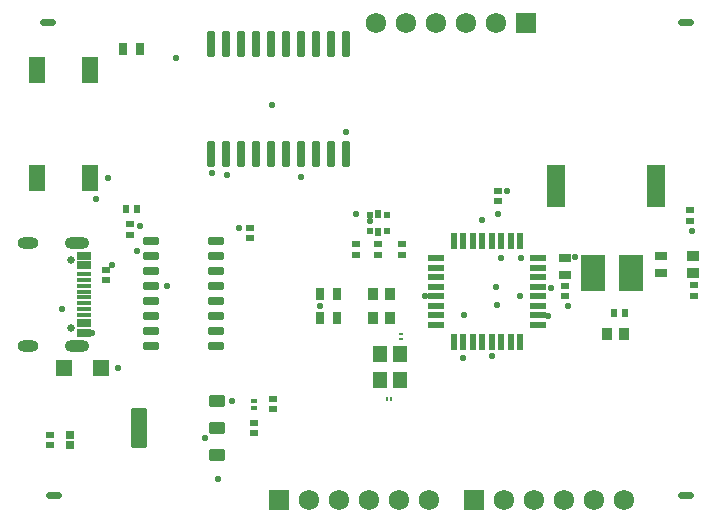
<source format=gts>
%FSTAX23Y23*%
%MOIN*%
%SFA1B1*%

%IPPOS*%
%AMD44*
4,1,8,0.022700,0.013700,-0.022700,0.013700,-0.027300,0.009200,-0.027300,-0.009200,-0.022700,-0.013700,0.022700,-0.013700,0.027300,-0.009200,0.027300,0.009200,0.022700,0.013700,0.0*
1,1,0.009094,0.022700,0.009200*
1,1,0.009094,-0.022700,0.009200*
1,1,0.009094,-0.022700,-0.009200*
1,1,0.009094,0.022700,-0.009200*
%
%AMD48*
4,1,8,-0.027300,0.059900,-0.027300,-0.059900,-0.021900,-0.065300,0.021900,-0.065300,0.027300,-0.059900,0.027300,0.059900,0.021900,0.065300,-0.021900,0.065300,-0.027300,0.059900,0.0*
1,1,0.010732,-0.021900,0.059900*
1,1,0.010732,-0.021900,-0.059900*
1,1,0.010732,0.021900,-0.059900*
1,1,0.010732,0.021900,0.059900*
%
%AMD49*
4,1,8,-0.027300,0.015600,-0.027300,-0.015600,-0.023000,-0.019800,0.023000,-0.019800,0.027300,-0.015600,0.027300,0.015600,0.023000,0.019800,-0.023000,0.019800,-0.027300,0.015600,0.0*
1,1,0.008488,-0.023000,0.015600*
1,1,0.008488,-0.023000,-0.015600*
1,1,0.008488,0.023000,-0.015600*
1,1,0.008488,0.023000,0.015600*
%
%AMD70*
4,1,8,-0.014500,0.037500,-0.014500,-0.037500,-0.009700,-0.042200,0.009700,-0.042200,0.014500,-0.037500,0.014500,0.037500,0.009700,0.042200,-0.009700,0.042200,-0.014500,0.037500,0.0*
1,1,0.009496,-0.009700,0.037500*
1,1,0.009496,-0.009700,-0.037500*
1,1,0.009496,0.009700,-0.037500*
1,1,0.009496,0.009700,0.037500*
%
%ADD43C,0.022000*%
G04~CAMADD=44~8~0.0~0.0~545.7~274.0~45.5~0.0~15~0.0~0.0~0.0~0.0~0~0.0~0.0~0.0~0.0~0~0.0~0.0~0.0~0.0~545.7~274.0*
%ADD44D44*%
%ADD45R,0.058110X0.085669*%
%ADD46R,0.048819X0.015748*%
%ADD47R,0.048819X0.027559*%
G04~CAMADD=48~8~0.0~0.0~1305.5~545.7~53.7~0.0~15~0.0~0.0~0.0~0.0~0~0.0~0.0~0.0~0.0~0~0.0~0.0~0.0~90.0~546.0~1306.0*
%ADD48D48*%
G04~CAMADD=49~8~0.0~0.0~396.1~545.7~42.4~0.0~15~0.0~0.0~0.0~0.0~0~0.0~0.0~0.0~0.0~0~0.0~0.0~0.0~90.0~546.0~396.0*
%ADD49D49*%
%ADD50R,0.050236X0.058110*%
%ADD51R,0.026614X0.024252*%
%ADD52R,0.024992X0.052992*%
%ADD53R,0.052992X0.024992*%
%ADD54R,0.058110X0.058110*%
%ADD55R,0.042992X0.034488*%
%ADD56R,0.081732X0.121102*%
%ADD57R,0.029992X0.021693*%
%ADD58R,0.029370X0.026614*%
%ADD59R,0.022677X0.030551*%
%ADD60R,0.018740X0.024646*%
%ADD61R,0.034882X0.039606*%
%ADD62R,0.014803X0.009882*%
%ADD63R,0.009882X0.014803*%
%ADD64R,0.018740X0.017953*%
%ADD65R,0.062992X0.142992*%
%ADD66R,0.038425X0.028583*%
%ADD67R,0.028583X0.038425*%
%ADD68R,0.026614X0.018740*%
%ADD69R,0.018740X0.026614*%
G04~CAMADD=70~8~0.0~0.0~844.9~289.9~47.5~0.0~15~0.0~0.0~0.0~0.0~0~0.0~0.0~0.0~0.0~0~0.0~0.0~0.0~90.0~290.0~844.0*
%ADD70D70*%
%ADD71R,0.067953X0.067953*%
%ADD72C,0.067953*%
%ADD73O,0.069921X0.038425*%
%ADD74O,0.081732X0.038425*%
%ADD75C,0.026614*%
%ADD76C,0.022677*%
%LNMaskTop-1*%
%LPD*%
G54D43*
X0223Y01712D02*
X02258D01*
X0223Y00137D02*
X02258D01*
X00104Y01712D02*
X00132D01*
X00123Y00137D02*
X00151D01*
G54D44*
X00679Y00982D03*
Y00932D03*
Y00882D03*
Y00832D03*
Y00782D03*
Y00732D03*
Y00682D03*
Y00632D03*
X00462D03*
Y00682D03*
Y00732D03*
Y00782D03*
Y00832D03*
Y00882D03*
Y00932D03*
Y00982D03*
G54D45*
X00259Y01553D03*
Y01194D03*
X00082D03*
Y01553D03*
G54D46*
X00238Y00736D03*
Y00755D03*
Y00775D03*
Y00795D03*
Y00874D03*
Y00854D03*
Y00834D03*
Y00814D03*
G54D47*
X00239Y00901D03*
Y00709D03*
Y00677D03*
Y00933D03*
G54D48*
X00421Y0036D03*
G54D49*
X00684Y0045D03*
Y0036D03*
Y0027D03*
G54D50*
X01293Y00606D03*
Y00519D03*
X01226D03*
Y00606D03*
G54D51*
X01842Y00833D03*
Y00799D03*
X00125Y00335D03*
Y00301D03*
X00807Y00341D03*
Y00375D03*
X00791Y01027D03*
Y00993D03*
X01618Y01149D03*
Y01115D03*
G54D52*
X01472Y00983D03*
X01503D03*
X01535D03*
X01566D03*
X01598D03*
X01629D03*
X01661D03*
X01692D03*
Y00645D03*
X01661D03*
X01629D03*
X01598D03*
X01566D03*
X01535D03*
X01503D03*
X01472D03*
G54D53*
X01751Y00925D03*
Y00893D03*
Y00862D03*
Y0083D03*
Y00799D03*
Y00767D03*
Y00736D03*
Y00704D03*
X01413D03*
Y00736D03*
Y00767D03*
Y00799D03*
Y0083D03*
Y00862D03*
Y00893D03*
Y00925D03*
G54D54*
X00297Y00559D03*
X00174D03*
G54D55*
X02268Y00876D03*
Y00934D03*
G54D56*
X01937Y00877D03*
X02062D03*
G54D57*
X00314Y00886D03*
Y00854D03*
X0087Y00456D03*
Y00424D03*
G54D58*
X00192Y00301D03*
Y00335D03*
G54D59*
X0122Y01013D03*
Y01072D03*
G54D60*
X01249Y01016D03*
Y01069D03*
X01191Y01016D03*
Y01069D03*
G54D61*
X01259Y00725D03*
X01204D03*
X01259Y00807D03*
X01204D03*
X01984Y00671D03*
X02039D03*
G54D62*
X01295Y00657D03*
Y00671D03*
G54D63*
X01249Y00456D03*
X01263D03*
G54D64*
X00807Y00425D03*
Y00448D03*
G54D65*
X02145Y01165D03*
X01814D03*
G54D66*
X02161Y00875D03*
Y00933D03*
X01842Y0087D03*
Y00927D03*
G54D67*
X01082Y00725D03*
X01025D03*
X01083Y00807D03*
X01026D03*
X00426Y01622D03*
X00369D03*
G54D68*
X02259Y01049D03*
Y01085D03*
X02271Y00836D03*
Y008D03*
X00393Y01001D03*
Y01038D03*
X01145Y00974D03*
Y00937D03*
X0122Y00973D03*
Y00937D03*
X01299Y00974D03*
Y00937D03*
G54D69*
X00379Y0109D03*
X00416D03*
X02041Y00742D03*
X02005D03*
G54D70*
X00664Y01639D03*
X00714D03*
X00764D03*
X00814D03*
X00864D03*
X00914D03*
X00964D03*
X01014D03*
X01064D03*
X01114D03*
Y01273D03*
X01064D03*
X01014D03*
X00964D03*
X00914D03*
X00864D03*
X00814D03*
X00764D03*
X00714D03*
X00664D03*
G54D71*
X00888Y00118D03*
X01539D03*
X01711Y0171D03*
G54D72*
X00988Y00118D03*
X01088D03*
X01188D03*
X01288D03*
X01388D03*
X01639D03*
X01739D03*
X01839D03*
X01939D03*
X02039D03*
X01611Y0171D03*
X01511D03*
X01411D03*
X01311D03*
X01211D03*
G54D73*
X00051Y00634D03*
Y00975D03*
G54D74*
X00216Y00634D03*
Y00975D03*
G54D75*
X00196Y00691D03*
Y00918D03*
G54D76*
X01854Y00767D03*
X01795Y00826D03*
X01877Y00929D03*
X01692Y00799D03*
X01618Y01074D03*
X01649Y01149D03*
X01629Y00925D03*
X01615Y00768D03*
X01614Y00829D03*
X00866Y01437D03*
X00267Y00677D03*
X00685Y00188D03*
X00165Y00755D03*
X01114Y01345D03*
X00515Y00832D03*
X00547Y01594D03*
X00641Y00326D03*
X00354Y00559D03*
X00279Y01122D03*
X00334Y00901D03*
X00417Y00948D03*
X00964Y01196D03*
X01191Y01048D03*
X01026Y00766D03*
X01507Y00736D03*
X01566Y01051D03*
X00755Y01027D03*
X0032Y01194D03*
X00425Y01031D03*
X01145Y01074D03*
X00665Y01208D03*
X01503Y00594D03*
X00716Y01204D03*
X01377Y00799D03*
X02267Y01015D03*
X01787Y00733D03*
X00732Y00448D03*
X01598Y00598D03*
X01696Y00925D03*
M02*
</source>
